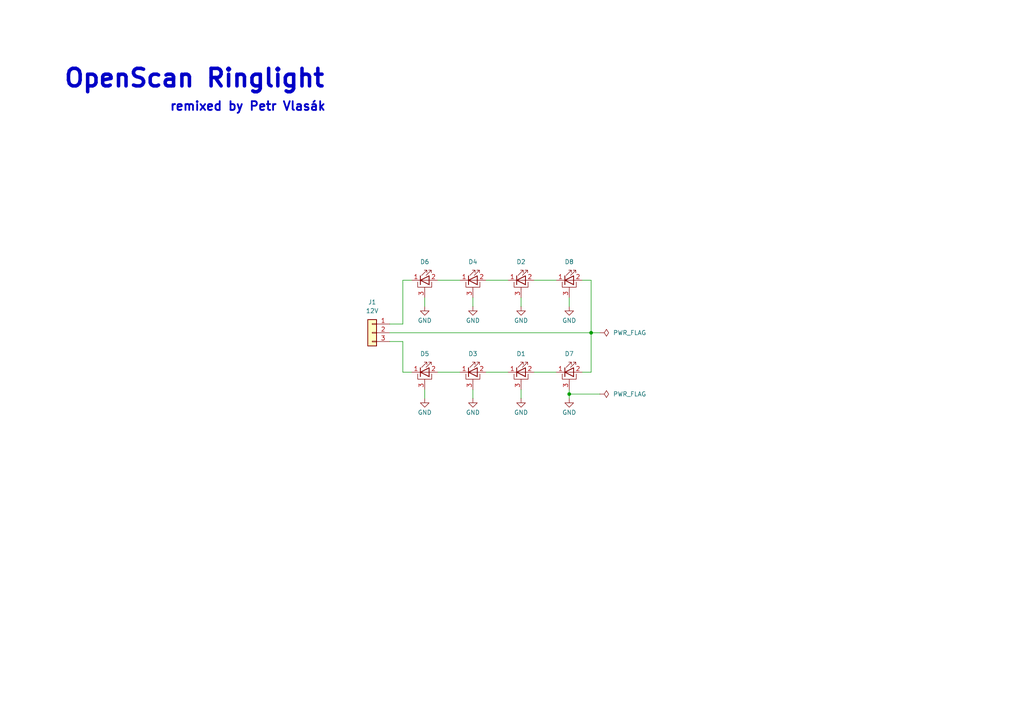
<source format=kicad_sch>
(kicad_sch (version 20231120) (generator "eeschema") (generator_version "8.0")
  (paper "A4")
  (title_block (title "OpenScan Ringlight - remixed") (date "2024-08-19") (rev "1") (company "Petr Vlasák") (comment 1 "GPL-3.0 license"))
  (lib_symbols
    (symbol "Connector_Generic:Conn_01x03" (pin_names (offset 1.016) hide)
      (property "Reference" "J" (at 0 5.08 0))
      (property "Value" "Conn_01x03" (at 0 -5.08 0))
      (symbol "Conn_01x03_1_1"
        (rectangle (start -1.27 -2.413) (end 0 -2.667) (stroke (width 0.1524)))
        (rectangle (start -1.27 0.127) (end 0 -0.127) (stroke (width 0.1524)))
        (rectangle (start -1.27 2.667) (end 0 2.413) (stroke (width 0.1524)))
        (rectangle (start -1.27 3.81) (end 1.27 -3.81) (stroke (width 0.254)) (fill (type background)))
        (pin passive line (at -5.08 2.54 0) (length 3.81) (name "Pin_1") (number "1"))
        (pin passive line (at -5.08 0 0) (length 3.81) (name "Pin_2") (number "2"))
        (pin passive line (at -5.08 -2.54 0) (length 3.81) (name "Pin_3") (number "3"))
      )
    )
    (symbol "Device:LED_Pad" (pin_names (offset 1.016) hide)
      (property "Reference" "D" (at 0 5.715 0))
      (property "Value" "LED_Pad" (at 0 3.81 0))
      (symbol "LED_Pad_0_1"
        (polyline (pts (xy -1.27 -1.27) (xy -1.27 1.27)) (stroke (width 0.254)))
        (polyline (pts (xy -1.27 0) (xy 1.27 0)))
        (polyline (pts (xy 0 -2.54) (xy 0 -2.032)))
        (polyline (pts (xy -2.032 -0.508) (xy -2.032 -2.032) (xy 2.032 -2.032) (xy 2.032 -0.508)))
        (polyline (pts (xy 1.27 -1.27) (xy 1.27 1.27) (xy -1.27 0) (xy 1.27 -1.27)) (stroke (width 0.254)))
        (polyline (pts (xy -0.889 1.397) (xy 0.635 2.921) (xy -0.127 2.921) (xy 0.635 2.921) (xy 0.635 2.159)))
        (polyline (pts (xy 0.381 1.397) (xy 1.905 2.921) (xy 1.143 2.921) (xy 1.905 2.921) (xy 1.905 2.159)))
      )
      (symbol "LED_Pad_1_1"
        (pin passive line (at -3.81 0 0) (length 2.54) (name "K") (number "1"))
        (pin passive line (at 3.81 0 180) (length 2.54) (name "A") (number "2"))
        (pin passive line (at 0 -5.08 90) (length 2.54) (name "PAD") (number "3"))
      )
    )
    (symbol "power:GND" (power) (pin_numbers hide) (pin_names (offset 0) hide)
      (property "Value" "GND" (at 0 -3.81 0))
      (symbol "GND_0_1"
        (polyline (pts (xy 0 0) (xy 0 -1.27) (xy 1.27 -1.27) (xy 0 -2.54) (xy -1.27 -1.27) (xy 0 -1.27)))
      )
      (symbol "GND_1_1"
        (pin power_in line (at 0 0 270) (length 0) (name "~") (number "1"))
      )
    )
    (symbol "power:PWR_FLAG" (power) (pin_numbers hide) (pin_names (offset 0) hide)
      (property "Value" "PWR_FLAG" (at 0 3.81 0))
      (symbol "PWR_FLAG_0_0"
        (pin power_out line (at 0 0 90) (length 0) (name "~") (number "1"))
      )
      (symbol "PWR_FLAG_0_1"
        (polyline (pts (xy 0 0) (xy 0 1.27) (xy -1.016 1.905) (xy 0 2.54) (xy 1.016 1.905) (xy 0 1.27)))
      )
    )
  )
  (junction (at 171.45 96.52))
  (junction (at 165.1 114.3))
  (wire (pts (xy 171.45 81.28) (xy 168.91 81.28)))
  (wire (pts (xy 165.1 86.36) (xy 165.1 88.9)))
  (wire (pts (xy 151.13 113.03) (xy 151.13 115.57)))
  (wire (pts (xy 165.1 113.03) (xy 165.1 114.3)))
  (wire (pts (xy 161.29 107.95) (xy 154.94 107.95)))
  (wire (pts (xy 113.03 99.06) (xy 116.84 99.06)))
  (wire (pts (xy 173.99 96.52) (xy 171.45 96.52)))
  (wire (pts (xy 113.03 93.98) (xy 116.84 93.98)))
  (wire (pts (xy 116.84 81.28) (xy 119.38 81.28)))
  (wire (pts (xy 147.32 81.28) (xy 140.97 81.28)))
  (wire (pts (xy 133.35 81.28) (xy 127 81.28)))
  (wire (pts (xy 123.19 88.9) (xy 123.19 86.36)))
  (wire (pts (xy 116.84 93.98) (xy 116.84 81.28)))
  (wire (pts (xy 165.1 114.3) (xy 165.1 115.57)))
  (wire (pts (xy 123.19 113.03) (xy 123.19 115.57)))
  (wire (pts (xy 133.35 107.95) (xy 127 107.95)))
  (wire (pts (xy 137.16 113.03) (xy 137.16 115.57)))
  (wire (pts (xy 171.45 96.52) (xy 171.45 81.28)))
  (wire (pts (xy 171.45 107.95) (xy 171.45 96.52)))
  (wire (pts (xy 168.91 107.95) (xy 171.45 107.95)))
  (wire (pts (xy 116.84 107.95) (xy 119.38 107.95)))
  (wire (pts (xy 116.84 99.06) (xy 116.84 107.95)))
  (wire (pts (xy 137.16 86.36) (xy 137.16 88.9)))
  (wire (pts (xy 165.1 114.3) (xy 173.99 114.3)))
  (wire (pts (xy 147.32 107.95) (xy 140.97 107.95)))
  (wire (pts (xy 161.29 81.28) (xy 154.94 81.28)))
  (wire (pts (xy 113.03 96.52) (xy 171.45 96.52)))
  (wire (pts (xy 151.13 86.36) (xy 151.13 88.9)))
  (text "remixed by Petr Vlasák" (at 71.882 30.988 0) (effects (font (size 2.54 2.54) (thickness 0.508) (bold yes))))
  (text "OpenScan Ringlight" (at 56.388 22.86 0) (effects (font (size 5.08 5.08) (thickness 1.016) (bold yes))))
  (symbol (lib_id "power:PWR_FLAG") (at 173.99 114.3 270) (unit 1)
    (property "Reference" "#FLG01" (effects (hide yes)))
    (property "Value" "PWR_FLAG" (at 177.8 114.2999 90) (effects (justify left)))
    (property "Description" "Special symbol for telling ERC where power comes from" (effects (hide yes)))
  )
  (symbol (lib_id "power:GND") (at 137.16 115.57 0) (unit 1)
    (property "Reference" "#PWR06" (effects (hide yes)))
    (property "Value" "GND" (at 137.16 119.634 0))
    (property "Description" "Power symbol creates a global label with name \"GND\" , ground" (effects (hide yes)))
  )
  (symbol (lib_id "power:GND") (at 137.16 88.9 0) (unit 1)
    (property "Reference" "#PWR02" (effects (hide yes)))
    (property "Value" "GND" (at 137.16 92.964 0))
    (property "Description" "Power symbol creates a global label with name \"GND\" , ground" (effects (hide yes)))
  )
  (symbol (lib_id "Device:LED_Pad") (at 123.19 107.95 0) (unit 1)
    (property "Reference" "D5" (at 123.19 102.616 0))
    (property "Value" "LED_Pad" (effects (hide yes)))
    (property "Footprint" "LED_SMD:LED_1W_3W_R8" (effects (hide yes)))
    (property "Description" "Light emitting diode with pad" (effects (hide yes)))
  )
  (symbol (lib_id "power:PWR_FLAG") (at 173.99 96.52 270) (unit 1)
    (property "Reference" "#FLG02" (effects (hide yes)))
    (property "Value" "PWR_FLAG" (at 177.8 96.5199 90) (effects (justify left)))
    (property "Description" "Special symbol for telling ERC where power comes from" (effects (hide yes)))
  )
  (symbol (lib_id "Device:LED_Pad") (at 151.13 81.28 0) (unit 1)
    (property "Reference" "D2" (at 151.13 75.946 0))
    (property "Value" "LED_Pad" (effects (hide yes)))
    (property "Footprint" "LED_SMD:LED_1W_3W_R8" (effects (hide yes)))
    (property "Description" "Light emitting diode with pad" (effects (hide yes)))
  )
  (symbol (lib_id "Device:LED_Pad") (at 123.19 81.28 0) (unit 1)
    (property "Reference" "D6" (at 123.19 75.946 0))
    (property "Value" "LED_Pad" (effects (hide yes)))
    (property "Footprint" "LED_SMD:LED_1W_3W_R8" (effects (hide yes)))
    (property "Description" "Light emitting diode with pad" (effects (hide yes)))
  )
  (symbol (lib_id "Device:LED_Pad") (at 137.16 81.28 0) (unit 1)
    (property "Reference" "D4" (at 137.16 75.946 0))
    (property "Value" "LED_Pad" (effects (hide yes)))
    (property "Footprint" "LED_SMD:LED_1W_3W_R8" (effects (hide yes)))
    (property "Description" "Light emitting diode with pad" (effects (hide yes)))
  )
  (symbol (lib_id "power:GND") (at 165.1 88.9 0) (unit 1)
    (property "Reference" "#PWR04" (effects (hide yes)))
    (property "Value" "GND" (at 165.1 92.964 0))
    (property "Description" "Power symbol creates a global label with name \"GND\" , ground" (effects (hide yes)))
  )
  (symbol (lib_id "power:GND") (at 165.1 115.57 0) (unit 1)
    (property "Reference" "#PWR08" (effects (hide yes)))
    (property "Value" "GND" (at 165.1 119.634 0))
    (property "Description" "Power symbol creates a global label with name \"GND\" , ground" (effects (hide yes)))
  )
  (symbol (lib_id "Device:LED_Pad") (at 165.1 81.28 0) (unit 1)
    (property "Reference" "D8" (at 165.1 75.946 0))
    (property "Value" "LED_Pad" (effects (hide yes)))
    (property "Footprint" "LED_SMD:LED_1W_3W_R8" (effects (hide yes)))
    (property "Description" "Light emitting diode with pad" (effects (hide yes)))
  )
  (symbol (lib_id "power:GND") (at 123.19 115.57 0) (unit 1)
    (property "Reference" "#PWR05" (effects (hide yes)))
    (property "Value" "GND" (at 123.19 119.634 0))
    (property "Description" "Power symbol creates a global label with name \"GND\" , ground" (effects (hide yes)))
  )
  (symbol (lib_id "power:GND") (at 151.13 115.57 0) (unit 1)
    (property "Reference" "#PWR07" (effects (hide yes)))
    (property "Value" "GND" (at 151.13 119.634 0))
    (property "Description" "Power symbol creates a global label with name \"GND\" , ground" (effects (hide yes)))
  )
  (symbol (lib_id "Device:LED_Pad") (at 165.1 107.95 0) (unit 1)
    (property "Reference" "D7" (at 165.1 102.616 0))
    (property "Value" "LED_Pad" (effects (hide yes)))
    (property "Footprint" "LED_SMD:LED_1W_3W_R8" (effects (hide yes)))
    (property "Description" "Light emitting diode with pad" (effects (hide yes)))
  )
  (symbol (lib_id "Device:LED_Pad") (at 151.13 107.95 0) (unit 1)
    (property "Reference" "D1" (at 151.13 102.616 0))
    (property "Value" "LED_Pad" (effects (hide yes)))
    (property "Footprint" "LED_SMD:LED_1W_3W_R8" (effects (hide yes)))
    (property "Description" "Light emitting diode with pad" (effects (hide yes)))
  )
  (symbol (lib_id "power:GND") (at 151.13 88.9 0) (unit 1)
    (property "Reference" "#PWR03" (effects (hide yes)))
    (property "Value" "GND" (at 151.13 92.964 0))
    (property "Description" "Power symbol creates a global label with name \"GND\" , ground" (effects (hide yes)))
  )
  (symbol (lib_id "power:GND") (at 123.19 88.9 0) (unit 1)
    (property "Reference" "#PWR01" (effects (hide yes)))
    (property "Value" "GND" (at 123.19 92.964 0))
    (property "Description" "Power symbol creates a global label with name \"GND\" , ground" (effects (hide yes)))
  )
  (symbol (lib_id "Connector_Generic:Conn_01x03") (at 107.95 96.52 0) (mirror y) (unit 1)
    (property "Reference" "J1" (at 107.95 87.63 0))
    (property "Value" "12V" (at 107.95 90.17 0))
    (property "Footprint" "Connector_Wire:SolderWire-0.5sqmm_1x03_P4.8mm_D0.9mm_OD2.3mm" (effects (hide yes)))
    (property "Description" "Generic connector, single row, 01x03, script generated (kicad-library-utils/schlib/autogen/connector/)" (effects (hide yes)))
  )
  (symbol (lib_id "Device:LED_Pad") (at 137.16 107.95 0) (unit 1)
    (property "Reference" "D3" (at 137.16 102.616 0))
    (property "Value" "LED_Pad" (effects (hide yes)))
    (property "Footprint" "LED_SMD:LED_1W_3W_R8" (effects (hide yes)))
    (property "Description" "Light emitting diode with pad" (effects (hide yes)))
  )
)
</source>
